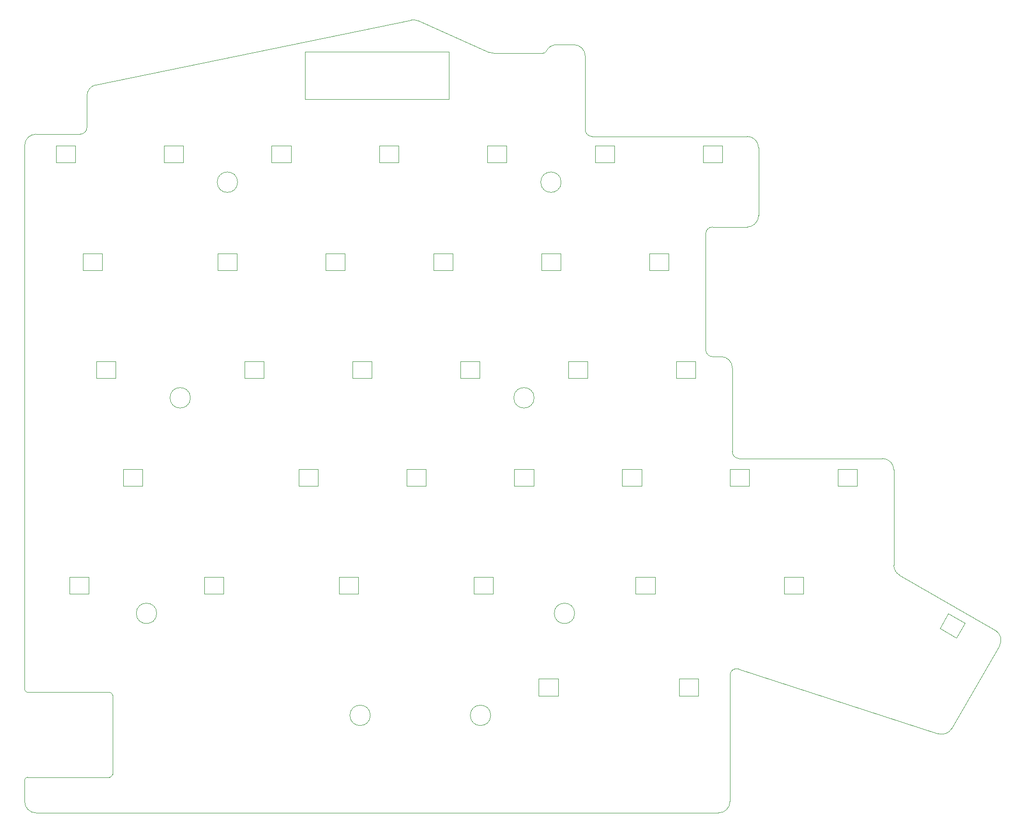
<source format=gbr>
%TF.GenerationSoftware,KiCad,Pcbnew,8.0.7*%
%TF.CreationDate,2025-06-02T16:21:18+02:00*%
%TF.ProjectId,pcb_keyboard_sx,7063625f-6b65-4796-926f-6172645f7378,rev?*%
%TF.SameCoordinates,Original*%
%TF.FileFunction,Profile,NP*%
%FSLAX46Y46*%
G04 Gerber Fmt 4.6, Leading zero omitted, Abs format (unit mm)*
G04 Created by KiCad (PCBNEW 8.0.7) date 2025-06-02 16:21:18*
%MOMM*%
%LPD*%
G01*
G04 APERTURE LIST*
%TA.AperFunction,Profile*%
%ADD10C,0.100000*%
%TD*%
%TA.AperFunction,Profile*%
%ADD11C,0.050000*%
%TD*%
%TA.AperFunction,Profile*%
%ADD12C,0.120000*%
%TD*%
G04 APERTURE END LIST*
D10*
X194835535Y-126185626D02*
X194835535Y-126185625D01*
X23482486Y-156431214D02*
X23482459Y-156431214D01*
X149608786Y-95831114D02*
G75*
G02*
X148408810Y-94623525I14J1200014D01*
G01*
D11*
X120566250Y-123187000D02*
G75*
G02*
X116966250Y-123187000I-1800000J0D01*
G01*
X116966250Y-123187000D02*
G75*
G02*
X120566250Y-123187000I1800000J0D01*
G01*
D10*
X174908786Y-95831114D02*
G75*
G02*
X176908786Y-97831114I14J-1999986D01*
G01*
X176908809Y-114680924D02*
X176908809Y-97831114D01*
X34482459Y-37331214D02*
G75*
G02*
X33282459Y-38531259I-1200059J14D01*
G01*
X23482459Y-152631214D02*
X23482459Y-156431214D01*
X146408786Y-77831114D02*
X144908786Y-77831114D01*
X106236786Y-24231214D02*
G75*
G02*
X105418335Y-24056031I114J2000014D01*
G01*
X123629786Y-38931214D02*
G75*
G02*
X122429801Y-37725215I14J1200014D01*
G01*
X144908786Y-77831114D02*
G75*
G02*
X143708810Y-76623525I14J1200014D01*
G01*
X120429786Y-22731214D02*
G75*
G02*
X122429786Y-24731214I14J-1999986D01*
G01*
X187127371Y-143536556D02*
G75*
G02*
X184777268Y-144438709I-1732071J999956D01*
G01*
X177908756Y-116412944D02*
G75*
G02*
X176908820Y-114680924I999944J1731944D01*
G01*
D11*
X113419000Y-85107000D02*
G75*
G02*
X109819000Y-85107000I-1800000J0D01*
G01*
X109819000Y-85107000D02*
G75*
G02*
X113419000Y-85107000I1800000J0D01*
G01*
D10*
X36080325Y-29803237D02*
X36080321Y-29803220D01*
D11*
X73004000Y-23977000D02*
X98334000Y-23977000D01*
X98334000Y-32377000D01*
X73004000Y-32377000D01*
X73004000Y-23977000D01*
D10*
X148408809Y-94623525D02*
X148408809Y-79831114D01*
X120429786Y-22731214D02*
X117366292Y-22731214D01*
X144908809Y-54931214D02*
X151037269Y-54931214D01*
X33282459Y-38531214D02*
X25472288Y-38531214D01*
X23482486Y-136631214D02*
X23482459Y-136631214D01*
X91709266Y-18384237D02*
X36080321Y-29803220D01*
X34482459Y-31762414D02*
X34482459Y-37331214D01*
X174908786Y-95831114D02*
X149608786Y-95831114D01*
X91709266Y-18384237D02*
G75*
G02*
X92917882Y-18513225I402134J-1958863D01*
G01*
D11*
X46785250Y-123187000D02*
G75*
G02*
X43185250Y-123187000I-1800000J0D01*
G01*
X43185250Y-123187000D02*
G75*
G02*
X46785250Y-123187000I1800000J0D01*
G01*
D10*
X38982459Y-151631214D02*
G75*
G02*
X38482459Y-152131259I-500059J14D01*
G01*
X23982486Y-137131214D02*
X38482486Y-137131214D01*
X153029786Y-40931214D02*
X153029800Y-40931214D01*
X115554104Y-23885060D02*
G75*
G02*
X115010386Y-24231191I-543704J253960D01*
G01*
X34482459Y-31762414D02*
G75*
G02*
X36080320Y-29803213I2000041J14D01*
G01*
X176908786Y-97831114D02*
X176908809Y-97831114D01*
X147982459Y-156431214D02*
X147982459Y-134135014D01*
X151029786Y-38931214D02*
G75*
G02*
X153029786Y-40931214I14J-1999986D01*
G01*
X187127371Y-143536556D02*
X195567587Y-128917674D01*
X153029800Y-52931214D02*
X153029800Y-40931214D01*
X153029800Y-52931214D02*
G75*
G02*
X151037269Y-54931186I-2000000J14D01*
G01*
X143708809Y-56131214D02*
G75*
G02*
X144908809Y-54931209I1199991J14D01*
G01*
X105418334Y-24056033D02*
X92917879Y-18513233D01*
X25482486Y-158431214D02*
G75*
G02*
X23482486Y-156431214I14J2000014D01*
G01*
X147982459Y-134135014D02*
G75*
G02*
X149553325Y-132993690I1200041J14D01*
G01*
X23482459Y-40531214D02*
X23482459Y-136631214D01*
X122429800Y-37725215D02*
X122429800Y-24731214D01*
X38482486Y-137131214D02*
G75*
G02*
X38982460Y-137636312I14J-499986D01*
G01*
X23482459Y-152631214D02*
G75*
G02*
X23977387Y-152131185I500041J14D01*
G01*
X25482486Y-158431214D02*
X145982459Y-158431214D01*
X23482459Y-40531214D02*
G75*
G02*
X25472288Y-38531185I2000041J14D01*
G01*
D11*
X61069000Y-47017000D02*
G75*
G02*
X57469000Y-47017000I-1800000J0D01*
G01*
X57469000Y-47017000D02*
G75*
G02*
X61069000Y-47017000I1800000J0D01*
G01*
D10*
X146408786Y-77831114D02*
G75*
G02*
X148408786Y-79831114I14J-1999986D01*
G01*
X149553318Y-132993710D02*
X184777281Y-144438670D01*
D11*
X105749000Y-141202000D02*
G75*
G02*
X102149000Y-141202000I-1800000J0D01*
G01*
X102149000Y-141202000D02*
G75*
G02*
X105749000Y-141202000I1800000J0D01*
G01*
D10*
X151029786Y-38931214D02*
X123629786Y-38931214D01*
X194835535Y-126185625D02*
X177908756Y-116412944D01*
X194835535Y-126185626D02*
G75*
G02*
X195567604Y-128917684I-1000035J-1732074D01*
G01*
X147982459Y-156431214D02*
G75*
G02*
X145982459Y-158431259I-2000059J14D01*
G01*
X115554104Y-23885060D02*
G75*
G02*
X117366292Y-22731198I1812196J-846140D01*
G01*
X149553315Y-132993720D02*
X149553318Y-132993710D01*
X115010386Y-24231214D02*
X106236786Y-24231214D01*
X38482459Y-152131214D02*
X23977387Y-152131214D01*
D11*
X118179000Y-47017000D02*
G75*
G02*
X114579000Y-47017000I-1800000J0D01*
G01*
X114579000Y-47017000D02*
G75*
G02*
X118179000Y-47017000I1800000J0D01*
G01*
D10*
X122429786Y-24731214D02*
X122429800Y-24731214D01*
X143708809Y-76623525D02*
X143708809Y-56131214D01*
X38982459Y-137636312D02*
X38982459Y-151631214D01*
X23982486Y-137131214D02*
G75*
G02*
X23482486Y-136631214I14J500014D01*
G01*
D11*
X52735750Y-85107000D02*
G75*
G02*
X49135750Y-85107000I-1800000J0D01*
G01*
X49135750Y-85107000D02*
G75*
G02*
X52735750Y-85107000I1800000J0D01*
G01*
X84499000Y-141202000D02*
G75*
G02*
X80899000Y-141202000I-1800000J0D01*
G01*
X80899000Y-141202000D02*
G75*
G02*
X84499000Y-141202000I1800000J0D01*
G01*
D10*
X148408786Y-79831114D02*
X148408809Y-79831114D01*
D12*
%TO.C,LED9*%
X62324000Y-78658000D02*
X62324000Y-81658000D01*
X62324000Y-81658000D02*
X65724000Y-81658000D01*
X65724000Y-78658000D02*
X62324000Y-78658000D01*
X65724000Y-81658000D02*
X65724000Y-78658000D01*
%TO.C,LED21*%
X102785250Y-116748000D02*
X102785250Y-119748000D01*
X102785250Y-119748000D02*
X106185250Y-119748000D01*
X106185250Y-116748000D02*
X102785250Y-116748000D01*
X106185250Y-119748000D02*
X106185250Y-116748000D01*
%TO.C,LED35*%
X185033257Y-125796739D02*
X187977743Y-127496739D01*
X186533257Y-123198663D02*
X185033257Y-125796739D01*
X187977743Y-127496739D02*
X189477743Y-124898663D01*
X189477743Y-124898663D02*
X186533257Y-123198663D01*
%TO.C,LED8*%
X57564000Y-59618000D02*
X57564000Y-62618000D01*
X57564000Y-62618000D02*
X60964000Y-62618000D01*
X60964000Y-59618000D02*
X57564000Y-59618000D01*
X60964000Y-62618000D02*
X60964000Y-59618000D01*
%TO.C,LED30*%
X138484000Y-78658000D02*
X138484000Y-81658000D01*
X138484000Y-81658000D02*
X141884000Y-81658000D01*
X141884000Y-78658000D02*
X138484000Y-78658000D01*
X141884000Y-81658000D02*
X141884000Y-78658000D01*
%TO.C,LED31*%
X143244000Y-40578000D02*
X143244000Y-43578000D01*
X143244000Y-43578000D02*
X146644000Y-43578000D01*
X146644000Y-40578000D02*
X143244000Y-40578000D01*
X146644000Y-43578000D02*
X146644000Y-40578000D01*
%TO.C,LED3*%
X36147750Y-78668000D02*
X36147750Y-81668000D01*
X36147750Y-81668000D02*
X39547750Y-81668000D01*
X39547750Y-78668000D02*
X36147750Y-78668000D01*
X39547750Y-81668000D02*
X39547750Y-78668000D01*
%TO.C,LED14*%
X81364000Y-78658000D02*
X81364000Y-81658000D01*
X81364000Y-81658000D02*
X84764000Y-81658000D01*
X84764000Y-78658000D02*
X81364000Y-78658000D01*
X84764000Y-81658000D02*
X84764000Y-78658000D01*
%TO.C,LED12*%
X76604000Y-59618000D02*
X76604000Y-62618000D01*
X76604000Y-62618000D02*
X80004000Y-62618000D01*
X80004000Y-59618000D02*
X76604000Y-59618000D01*
X80004000Y-62618000D02*
X80004000Y-59618000D01*
%TO.C,LED10*%
X67084000Y-40578000D02*
X67084000Y-43578000D01*
X67084000Y-43578000D02*
X70484000Y-43578000D01*
X70484000Y-40578000D02*
X67084000Y-40578000D01*
X70484000Y-43578000D02*
X70484000Y-40578000D01*
%TO.C,LED7*%
X55185250Y-116748000D02*
X55185250Y-119748000D01*
X55185250Y-119748000D02*
X58585250Y-119748000D01*
X58585250Y-116748000D02*
X55185250Y-116748000D01*
X58585250Y-119748000D02*
X58585250Y-116748000D01*
%TO.C,LED20*%
X114249000Y-134763000D02*
X114249000Y-137763000D01*
X114249000Y-137763000D02*
X117649000Y-137763000D01*
X117649000Y-134763000D02*
X114249000Y-134763000D01*
X117649000Y-137763000D02*
X117649000Y-134763000D01*
%TO.C,LED28*%
X133724000Y-59618000D02*
X133724000Y-62618000D01*
X133724000Y-62618000D02*
X137124000Y-62618000D01*
X137124000Y-59618000D02*
X133724000Y-59618000D01*
X137124000Y-62618000D02*
X137124000Y-59618000D01*
%TO.C,LED11*%
X71849000Y-97718000D02*
X71849000Y-100718000D01*
X71849000Y-100718000D02*
X75249000Y-100718000D01*
X75249000Y-97718000D02*
X71849000Y-97718000D01*
X75249000Y-100718000D02*
X75249000Y-97718000D01*
%TO.C,LED2*%
X33764000Y-59618000D02*
X33764000Y-62618000D01*
X33764000Y-62618000D02*
X37164000Y-62618000D01*
X37164000Y-59618000D02*
X33764000Y-59618000D01*
X37164000Y-62618000D02*
X37164000Y-59618000D01*
%TO.C,LED18*%
X100404000Y-78658000D02*
X100404000Y-81658000D01*
X100404000Y-81658000D02*
X103804000Y-81658000D01*
X103804000Y-78658000D02*
X100404000Y-78658000D01*
X103804000Y-81658000D02*
X103804000Y-78658000D01*
%TO.C,LED4*%
X31385250Y-116748000D02*
X31385250Y-119748000D01*
X31385250Y-119748000D02*
X34785250Y-119748000D01*
X34785250Y-116748000D02*
X31385250Y-116748000D01*
X34785250Y-119748000D02*
X34785250Y-116748000D01*
%TO.C,LED19*%
X105164000Y-40578000D02*
X105164000Y-43578000D01*
X105164000Y-43578000D02*
X108564000Y-43578000D01*
X108564000Y-40578000D02*
X105164000Y-40578000D01*
X108564000Y-43578000D02*
X108564000Y-40578000D01*
%TO.C,LED32*%
X148009000Y-97718000D02*
X148009000Y-100718000D01*
X148009000Y-100718000D02*
X151409000Y-100718000D01*
X151409000Y-97718000D02*
X148009000Y-97718000D01*
X151409000Y-100718000D02*
X151409000Y-97718000D01*
%TO.C,LED13*%
X78985250Y-116748000D02*
X78985250Y-119748000D01*
X78985250Y-119748000D02*
X82385250Y-119748000D01*
X82385250Y-116748000D02*
X78985250Y-116748000D01*
X82385250Y-119748000D02*
X82385250Y-116748000D01*
%TO.C,LED25*%
X124204000Y-40578000D02*
X124204000Y-43578000D01*
X124204000Y-43578000D02*
X127604000Y-43578000D01*
X127604000Y-40578000D02*
X124204000Y-40578000D01*
X127604000Y-43578000D02*
X127604000Y-40578000D01*
%TO.C,LED15*%
X86124000Y-40578000D02*
X86124000Y-43578000D01*
X86124000Y-43578000D02*
X89524000Y-43578000D01*
X89524000Y-40578000D02*
X86124000Y-40578000D01*
X89524000Y-43578000D02*
X89524000Y-40578000D01*
%TO.C,LED27*%
X128969000Y-97718000D02*
X128969000Y-100718000D01*
X128969000Y-100718000D02*
X132369000Y-100718000D01*
X132369000Y-97718000D02*
X128969000Y-97718000D01*
X132369000Y-100718000D02*
X132369000Y-97718000D01*
%TO.C,LED6*%
X48044000Y-40578000D02*
X48044000Y-43578000D01*
X48044000Y-43578000D02*
X51444000Y-43578000D01*
X51444000Y-40578000D02*
X48044000Y-40578000D01*
X51444000Y-43578000D02*
X51444000Y-40578000D01*
%TO.C,LED26*%
X131345250Y-116748000D02*
X131345250Y-119748000D01*
X131345250Y-119748000D02*
X134745250Y-119748000D01*
X134745250Y-116748000D02*
X131345250Y-116748000D01*
X134745250Y-119748000D02*
X134745250Y-116748000D01*
%TO.C,LED5*%
X40910250Y-97718000D02*
X40910250Y-100718000D01*
X40910250Y-100718000D02*
X44310250Y-100718000D01*
X44310250Y-97718000D02*
X40910250Y-97718000D01*
X44310250Y-100718000D02*
X44310250Y-97718000D01*
%TO.C,LED33*%
X157524000Y-116748000D02*
X157524000Y-119748000D01*
X157524000Y-119748000D02*
X160924000Y-119748000D01*
X160924000Y-116748000D02*
X157524000Y-116748000D01*
X160924000Y-119748000D02*
X160924000Y-116748000D01*
%TO.C,LED23*%
X114684000Y-59618000D02*
X114684000Y-62618000D01*
X114684000Y-62618000D02*
X118084000Y-62618000D01*
X118084000Y-59618000D02*
X114684000Y-59618000D01*
X118084000Y-62618000D02*
X118084000Y-59618000D01*
%TO.C,LED24*%
X119444000Y-78658000D02*
X119444000Y-81658000D01*
X119444000Y-81658000D02*
X122844000Y-81658000D01*
X122844000Y-78658000D02*
X119444000Y-78658000D01*
X122844000Y-81658000D02*
X122844000Y-78658000D01*
%TO.C,LED16*%
X90889000Y-97718000D02*
X90889000Y-100718000D01*
X90889000Y-100718000D02*
X94289000Y-100718000D01*
X94289000Y-97718000D02*
X90889000Y-97718000D01*
X94289000Y-100718000D02*
X94289000Y-97718000D01*
%TO.C,LED29*%
X138999000Y-134763000D02*
X138999000Y-137763000D01*
X138999000Y-137763000D02*
X142399000Y-137763000D01*
X142399000Y-134763000D02*
X138999000Y-134763000D01*
X142399000Y-137763000D02*
X142399000Y-134763000D01*
%TO.C,LED34*%
X167049000Y-97718000D02*
X167049000Y-100718000D01*
X167049000Y-100718000D02*
X170449000Y-100718000D01*
X170449000Y-97718000D02*
X167049000Y-97718000D01*
X170449000Y-100718000D02*
X170449000Y-97718000D01*
%TO.C,LED1*%
X29004000Y-40578000D02*
X29004000Y-43578000D01*
X29004000Y-43578000D02*
X32404000Y-43578000D01*
X32404000Y-40578000D02*
X29004000Y-40578000D01*
X32404000Y-43578000D02*
X32404000Y-40578000D01*
%TO.C,LED22*%
X109929000Y-97718000D02*
X109929000Y-100718000D01*
X109929000Y-100718000D02*
X113329000Y-100718000D01*
X113329000Y-97718000D02*
X109929000Y-97718000D01*
X113329000Y-100718000D02*
X113329000Y-97718000D01*
%TO.C,LED17*%
X95644000Y-59618000D02*
X95644000Y-62618000D01*
X95644000Y-62618000D02*
X99044000Y-62618000D01*
X99044000Y-59618000D02*
X95644000Y-59618000D01*
X99044000Y-62618000D02*
X99044000Y-59618000D01*
%TD*%
M02*

</source>
